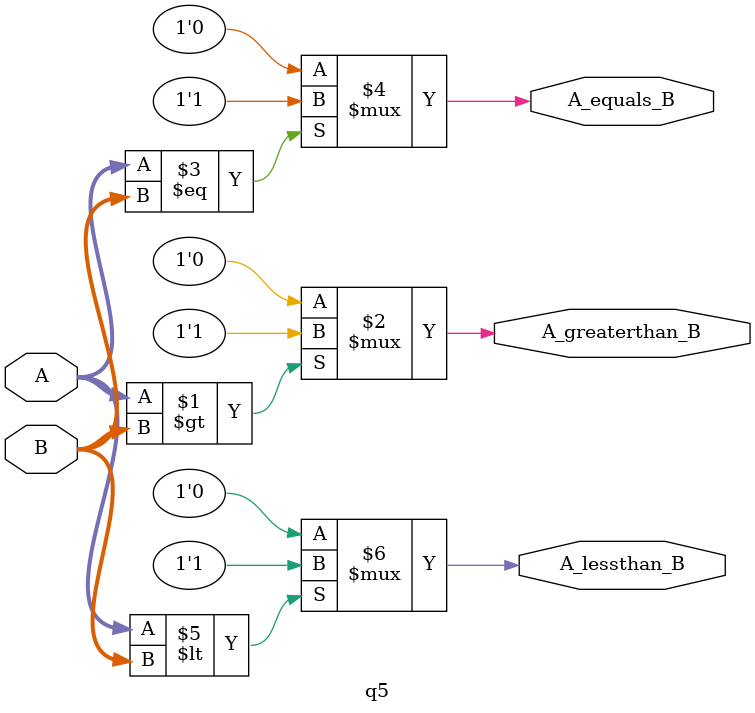
<source format=v>
module q5
        (
        	input [3:0] A, B,
        	output A_greaterthan_B,
        	output A_equals_B,
        	output A_lessthan_B
        	);
        assign A_greaterthan_B = A>B ? 1'b1 : 1'b0 ;
        assign A_equals_B = A==B ? 1'b1 : 1'b0 ;
        assign A_lessthan_B = A<B ? 1'b1 : 1'b0 ;

endmodule        


</source>
